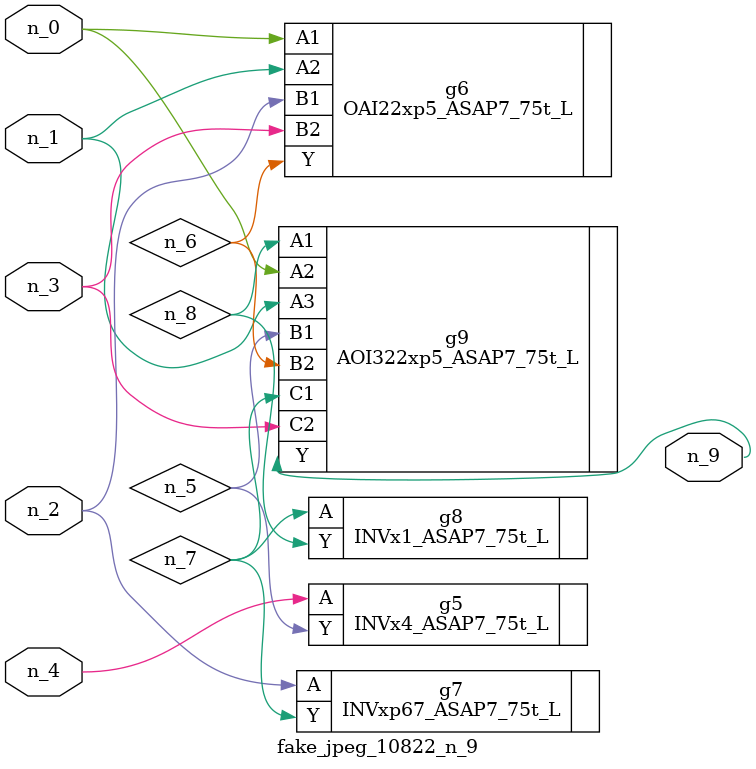
<source format=v>
module fake_jpeg_10822_n_9 (n_3, n_2, n_1, n_0, n_4, n_9);

input n_3;
input n_2;
input n_1;
input n_0;
input n_4;

output n_9;

wire n_8;
wire n_6;
wire n_5;
wire n_7;

INVx4_ASAP7_75t_L g5 ( 
.A(n_4),
.Y(n_5)
);

OAI22xp5_ASAP7_75t_L g6 ( 
.A1(n_0),
.A2(n_1),
.B1(n_2),
.B2(n_3),
.Y(n_6)
);

INVxp67_ASAP7_75t_L g7 ( 
.A(n_2),
.Y(n_7)
);

INVx1_ASAP7_75t_L g8 ( 
.A(n_7),
.Y(n_8)
);

AOI322xp5_ASAP7_75t_L g9 ( 
.A1(n_8),
.A2(n_0),
.A3(n_1),
.B1(n_5),
.B2(n_6),
.C1(n_7),
.C2(n_3),
.Y(n_9)
);


endmodule
</source>
